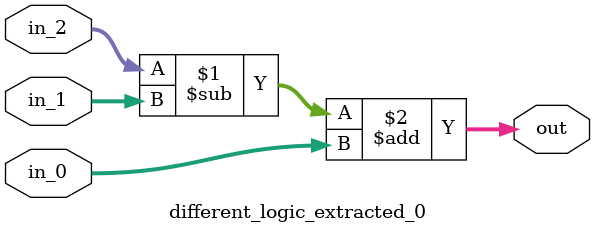
<source format=v>
module original(	// test_outlining.cleaned.mlir:2:3
  input  [7:0] a,	// test_outlining.cleaned.mlir:2:26
               b,	// test_outlining.cleaned.mlir:2:38
               c,	// test_outlining.cleaned.mlir:2:50
  output [7:0] out	// test_outlining.cleaned.mlir:2:63
);

  original_extracted_0 inst_original_extracted_0 (	// test_outlining.cleaned.mlir:3:38
    .in_0 (c),
    .in_1 (b),
    .in_2 (a),
    .out  (out)
  );	// test_outlining.cleaned.mlir:3:38
endmodule

module original_extracted_0(	// test_outlining.cleaned.mlir:6:3
  input  [7:0] in_0,	// test_outlining.cleaned.mlir:6:38
               in_1,	// test_outlining.cleaned.mlir:6:53
               in_2,	// test_outlining.cleaned.mlir:6:68
  output [7:0] out	// test_outlining.cleaned.mlir:6:84
);

  assign out = in_2 + in_1 - in_0;	// test_outlining.cleaned.mlir:7:10, :8:10, :9:5
endmodule

module copy_original(	// test_outlining.cleaned.mlir:11:3
  input  [7:0] x,	// test_outlining.cleaned.mlir:11:31
               y,	// test_outlining.cleaned.mlir:11:43
               z,	// test_outlining.cleaned.mlir:11:55
  output [7:0] res	// test_outlining.cleaned.mlir:11:68
);

  copy_original_extracted_0 inst_copy_original_extracted_0 (	// test_outlining.cleaned.mlir:12:43
    .in_0 (z),
    .in_1 (y),
    .in_2 (x),
    .out  (res)
  );	// test_outlining.cleaned.mlir:12:43
endmodule

module copy_original_extracted_0(	// test_outlining.cleaned.mlir:15:3
  input  [7:0] in_0,	// test_outlining.cleaned.mlir:15:43
               in_1,	// test_outlining.cleaned.mlir:15:58
               in_2,	// test_outlining.cleaned.mlir:15:73
  output [7:0] out	// test_outlining.cleaned.mlir:15:89
);

  assign out = in_2 + in_1 - in_0;	// test_outlining.cleaned.mlir:16:10, :17:10, :18:5
endmodule

module different_logic(	// test_outlining.cleaned.mlir:20:3
  input  [7:0] i,	// test_outlining.cleaned.mlir:20:33
               j,	// test_outlining.cleaned.mlir:20:45
               k,	// test_outlining.cleaned.mlir:20:57
  output [7:0] val	// test_outlining.cleaned.mlir:20:70
);

  different_logic_extracted_0 inst_different_logic_extracted_0 (	// test_outlining.cleaned.mlir:21:45
    .in_0 (k),
    .in_1 (j),
    .in_2 (i),
    .out  (val)
  );	// test_outlining.cleaned.mlir:21:45
endmodule

module different_logic_extracted_0(	// test_outlining.cleaned.mlir:24:3
  input  [7:0] in_0,	// test_outlining.cleaned.mlir:24:45
               in_1,	// test_outlining.cleaned.mlir:24:60
               in_2,	// test_outlining.cleaned.mlir:24:75
  output [7:0] out	// test_outlining.cleaned.mlir:24:91
);

  assign out = in_2 - in_1 + in_0;	// test_outlining.cleaned.mlir:25:10, :26:10, :27:5
endmodule


</source>
